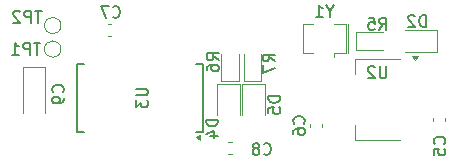
<source format=gbr>
%TF.GenerationSoftware,KiCad,Pcbnew,9.0.2*%
%TF.CreationDate,2025-07-20T14:30:59+05:30*%
%TF.ProjectId,Arduino nano,41726475-696e-46f2-906e-616e6f2e6b69,rev?*%
%TF.SameCoordinates,Original*%
%TF.FileFunction,Legend,Bot*%
%TF.FilePolarity,Positive*%
%FSLAX46Y46*%
G04 Gerber Fmt 4.6, Leading zero omitted, Abs format (unit mm)*
G04 Created by KiCad (PCBNEW 9.0.2) date 2025-07-20 14:30:59*
%MOMM*%
%LPD*%
G01*
G04 APERTURE LIST*
%ADD10C,0.150000*%
%ADD11C,0.120000*%
G04 APERTURE END LIST*
D10*
X191961904Y-84654819D02*
X191390476Y-84654819D01*
X191676190Y-85654819D02*
X191676190Y-84654819D01*
X191057142Y-85654819D02*
X191057142Y-84654819D01*
X191057142Y-84654819D02*
X190676190Y-84654819D01*
X190676190Y-84654819D02*
X190580952Y-84702438D01*
X190580952Y-84702438D02*
X190533333Y-84750057D01*
X190533333Y-84750057D02*
X190485714Y-84845295D01*
X190485714Y-84845295D02*
X190485714Y-84988152D01*
X190485714Y-84988152D02*
X190533333Y-85083390D01*
X190533333Y-85083390D02*
X190580952Y-85131009D01*
X190580952Y-85131009D02*
X190676190Y-85178628D01*
X190676190Y-85178628D02*
X191057142Y-85178628D01*
X189533333Y-85654819D02*
X190104761Y-85654819D01*
X189819047Y-85654819D02*
X189819047Y-84654819D01*
X189819047Y-84654819D02*
X189914285Y-84797676D01*
X189914285Y-84797676D02*
X190009523Y-84892914D01*
X190009523Y-84892914D02*
X190104761Y-84940533D01*
X210866666Y-94059580D02*
X210914285Y-94107200D01*
X210914285Y-94107200D02*
X211057142Y-94154819D01*
X211057142Y-94154819D02*
X211152380Y-94154819D01*
X211152380Y-94154819D02*
X211295237Y-94107200D01*
X211295237Y-94107200D02*
X211390475Y-94011961D01*
X211390475Y-94011961D02*
X211438094Y-93916723D01*
X211438094Y-93916723D02*
X211485713Y-93726247D01*
X211485713Y-93726247D02*
X211485713Y-93583390D01*
X211485713Y-93583390D02*
X211438094Y-93392914D01*
X211438094Y-93392914D02*
X211390475Y-93297676D01*
X211390475Y-93297676D02*
X211295237Y-93202438D01*
X211295237Y-93202438D02*
X211152380Y-93154819D01*
X211152380Y-93154819D02*
X211057142Y-93154819D01*
X211057142Y-93154819D02*
X210914285Y-93202438D01*
X210914285Y-93202438D02*
X210866666Y-93250057D01*
X210295237Y-93583390D02*
X210390475Y-93535771D01*
X210390475Y-93535771D02*
X210438094Y-93488152D01*
X210438094Y-93488152D02*
X210485713Y-93392914D01*
X210485713Y-93392914D02*
X210485713Y-93345295D01*
X210485713Y-93345295D02*
X210438094Y-93250057D01*
X210438094Y-93250057D02*
X210390475Y-93202438D01*
X210390475Y-93202438D02*
X210295237Y-93154819D01*
X210295237Y-93154819D02*
X210104761Y-93154819D01*
X210104761Y-93154819D02*
X210009523Y-93202438D01*
X210009523Y-93202438D02*
X209961904Y-93250057D01*
X209961904Y-93250057D02*
X209914285Y-93345295D01*
X209914285Y-93345295D02*
X209914285Y-93392914D01*
X209914285Y-93392914D02*
X209961904Y-93488152D01*
X209961904Y-93488152D02*
X210009523Y-93535771D01*
X210009523Y-93535771D02*
X210104761Y-93583390D01*
X210104761Y-93583390D02*
X210295237Y-93583390D01*
X210295237Y-93583390D02*
X210390475Y-93631009D01*
X210390475Y-93631009D02*
X210438094Y-93678628D01*
X210438094Y-93678628D02*
X210485713Y-93773866D01*
X210485713Y-93773866D02*
X210485713Y-93964342D01*
X210485713Y-93964342D02*
X210438094Y-94059580D01*
X210438094Y-94059580D02*
X210390475Y-94107200D01*
X210390475Y-94107200D02*
X210295237Y-94154819D01*
X210295237Y-94154819D02*
X210104761Y-94154819D01*
X210104761Y-94154819D02*
X210009523Y-94107200D01*
X210009523Y-94107200D02*
X209961904Y-94059580D01*
X209961904Y-94059580D02*
X209914285Y-93964342D01*
X209914285Y-93964342D02*
X209914285Y-93773866D01*
X209914285Y-93773866D02*
X209961904Y-93678628D01*
X209961904Y-93678628D02*
X210009523Y-93631009D01*
X210009523Y-93631009D02*
X210104761Y-93583390D01*
X220656666Y-83554819D02*
X220989999Y-83078628D01*
X221228094Y-83554819D02*
X221228094Y-82554819D01*
X221228094Y-82554819D02*
X220847142Y-82554819D01*
X220847142Y-82554819D02*
X220751904Y-82602438D01*
X220751904Y-82602438D02*
X220704285Y-82650057D01*
X220704285Y-82650057D02*
X220656666Y-82745295D01*
X220656666Y-82745295D02*
X220656666Y-82888152D01*
X220656666Y-82888152D02*
X220704285Y-82983390D01*
X220704285Y-82983390D02*
X220751904Y-83031009D01*
X220751904Y-83031009D02*
X220847142Y-83078628D01*
X220847142Y-83078628D02*
X221228094Y-83078628D01*
X219751904Y-82554819D02*
X220228094Y-82554819D01*
X220228094Y-82554819D02*
X220275713Y-83031009D01*
X220275713Y-83031009D02*
X220228094Y-82983390D01*
X220228094Y-82983390D02*
X220132856Y-82935771D01*
X220132856Y-82935771D02*
X219894761Y-82935771D01*
X219894761Y-82935771D02*
X219799523Y-82983390D01*
X219799523Y-82983390D02*
X219751904Y-83031009D01*
X219751904Y-83031009D02*
X219704285Y-83126247D01*
X219704285Y-83126247D02*
X219704285Y-83364342D01*
X219704285Y-83364342D02*
X219751904Y-83459580D01*
X219751904Y-83459580D02*
X219799523Y-83507200D01*
X219799523Y-83507200D02*
X219894761Y-83554819D01*
X219894761Y-83554819D02*
X220132856Y-83554819D01*
X220132856Y-83554819D02*
X220228094Y-83507200D01*
X220228094Y-83507200D02*
X220275713Y-83459580D01*
X221251904Y-86654819D02*
X221251904Y-87464342D01*
X221251904Y-87464342D02*
X221204285Y-87559580D01*
X221204285Y-87559580D02*
X221156666Y-87607200D01*
X221156666Y-87607200D02*
X221061428Y-87654819D01*
X221061428Y-87654819D02*
X220870952Y-87654819D01*
X220870952Y-87654819D02*
X220775714Y-87607200D01*
X220775714Y-87607200D02*
X220728095Y-87559580D01*
X220728095Y-87559580D02*
X220680476Y-87464342D01*
X220680476Y-87464342D02*
X220680476Y-86654819D01*
X220251904Y-86750057D02*
X220204285Y-86702438D01*
X220204285Y-86702438D02*
X220109047Y-86654819D01*
X220109047Y-86654819D02*
X219870952Y-86654819D01*
X219870952Y-86654819D02*
X219775714Y-86702438D01*
X219775714Y-86702438D02*
X219728095Y-86750057D01*
X219728095Y-86750057D02*
X219680476Y-86845295D01*
X219680476Y-86845295D02*
X219680476Y-86940533D01*
X219680476Y-86940533D02*
X219728095Y-87083390D01*
X219728095Y-87083390D02*
X220299523Y-87654819D01*
X220299523Y-87654819D02*
X219680476Y-87654819D01*
X212254819Y-89161905D02*
X211254819Y-89161905D01*
X211254819Y-89161905D02*
X211254819Y-89400000D01*
X211254819Y-89400000D02*
X211302438Y-89542857D01*
X211302438Y-89542857D02*
X211397676Y-89638095D01*
X211397676Y-89638095D02*
X211492914Y-89685714D01*
X211492914Y-89685714D02*
X211683390Y-89733333D01*
X211683390Y-89733333D02*
X211826247Y-89733333D01*
X211826247Y-89733333D02*
X212016723Y-89685714D01*
X212016723Y-89685714D02*
X212111961Y-89638095D01*
X212111961Y-89638095D02*
X212207200Y-89542857D01*
X212207200Y-89542857D02*
X212254819Y-89400000D01*
X212254819Y-89400000D02*
X212254819Y-89161905D01*
X211254819Y-90638095D02*
X211254819Y-90161905D01*
X211254819Y-90161905D02*
X211731009Y-90114286D01*
X211731009Y-90114286D02*
X211683390Y-90161905D01*
X211683390Y-90161905D02*
X211635771Y-90257143D01*
X211635771Y-90257143D02*
X211635771Y-90495238D01*
X211635771Y-90495238D02*
X211683390Y-90590476D01*
X211683390Y-90590476D02*
X211731009Y-90638095D01*
X211731009Y-90638095D02*
X211826247Y-90685714D01*
X211826247Y-90685714D02*
X212064342Y-90685714D01*
X212064342Y-90685714D02*
X212159580Y-90638095D01*
X212159580Y-90638095D02*
X212207200Y-90590476D01*
X212207200Y-90590476D02*
X212254819Y-90495238D01*
X212254819Y-90495238D02*
X212254819Y-90257143D01*
X212254819Y-90257143D02*
X212207200Y-90161905D01*
X212207200Y-90161905D02*
X212159580Y-90114286D01*
X200054819Y-88538095D02*
X200864342Y-88538095D01*
X200864342Y-88538095D02*
X200959580Y-88585714D01*
X200959580Y-88585714D02*
X201007200Y-88633333D01*
X201007200Y-88633333D02*
X201054819Y-88728571D01*
X201054819Y-88728571D02*
X201054819Y-88919047D01*
X201054819Y-88919047D02*
X201007200Y-89014285D01*
X201007200Y-89014285D02*
X200959580Y-89061904D01*
X200959580Y-89061904D02*
X200864342Y-89109523D01*
X200864342Y-89109523D02*
X200054819Y-89109523D01*
X200054819Y-89490476D02*
X200054819Y-90109523D01*
X200054819Y-90109523D02*
X200435771Y-89776190D01*
X200435771Y-89776190D02*
X200435771Y-89919047D01*
X200435771Y-89919047D02*
X200483390Y-90014285D01*
X200483390Y-90014285D02*
X200531009Y-90061904D01*
X200531009Y-90061904D02*
X200626247Y-90109523D01*
X200626247Y-90109523D02*
X200864342Y-90109523D01*
X200864342Y-90109523D02*
X200959580Y-90061904D01*
X200959580Y-90061904D02*
X201007200Y-90014285D01*
X201007200Y-90014285D02*
X201054819Y-89919047D01*
X201054819Y-89919047D02*
X201054819Y-89633333D01*
X201054819Y-89633333D02*
X201007200Y-89538095D01*
X201007200Y-89538095D02*
X200959580Y-89490476D01*
X211784819Y-86233333D02*
X211308628Y-85900000D01*
X211784819Y-85661905D02*
X210784819Y-85661905D01*
X210784819Y-85661905D02*
X210784819Y-86042857D01*
X210784819Y-86042857D02*
X210832438Y-86138095D01*
X210832438Y-86138095D02*
X210880057Y-86185714D01*
X210880057Y-86185714D02*
X210975295Y-86233333D01*
X210975295Y-86233333D02*
X211118152Y-86233333D01*
X211118152Y-86233333D02*
X211213390Y-86185714D01*
X211213390Y-86185714D02*
X211261009Y-86138095D01*
X211261009Y-86138095D02*
X211308628Y-86042857D01*
X211308628Y-86042857D02*
X211308628Y-85661905D01*
X210784819Y-86566667D02*
X210784819Y-87233333D01*
X210784819Y-87233333D02*
X211784819Y-86804762D01*
X214249580Y-91498333D02*
X214297200Y-91450714D01*
X214297200Y-91450714D02*
X214344819Y-91307857D01*
X214344819Y-91307857D02*
X214344819Y-91212619D01*
X214344819Y-91212619D02*
X214297200Y-91069762D01*
X214297200Y-91069762D02*
X214201961Y-90974524D01*
X214201961Y-90974524D02*
X214106723Y-90926905D01*
X214106723Y-90926905D02*
X213916247Y-90879286D01*
X213916247Y-90879286D02*
X213773390Y-90879286D01*
X213773390Y-90879286D02*
X213582914Y-90926905D01*
X213582914Y-90926905D02*
X213487676Y-90974524D01*
X213487676Y-90974524D02*
X213392438Y-91069762D01*
X213392438Y-91069762D02*
X213344819Y-91212619D01*
X213344819Y-91212619D02*
X213344819Y-91307857D01*
X213344819Y-91307857D02*
X213392438Y-91450714D01*
X213392438Y-91450714D02*
X213440057Y-91498333D01*
X213344819Y-92355476D02*
X213344819Y-92165000D01*
X213344819Y-92165000D02*
X213392438Y-92069762D01*
X213392438Y-92069762D02*
X213440057Y-92022143D01*
X213440057Y-92022143D02*
X213582914Y-91926905D01*
X213582914Y-91926905D02*
X213773390Y-91879286D01*
X213773390Y-91879286D02*
X214154342Y-91879286D01*
X214154342Y-91879286D02*
X214249580Y-91926905D01*
X214249580Y-91926905D02*
X214297200Y-91974524D01*
X214297200Y-91974524D02*
X214344819Y-92069762D01*
X214344819Y-92069762D02*
X214344819Y-92260238D01*
X214344819Y-92260238D02*
X214297200Y-92355476D01*
X214297200Y-92355476D02*
X214249580Y-92403095D01*
X214249580Y-92403095D02*
X214154342Y-92450714D01*
X214154342Y-92450714D02*
X213916247Y-92450714D01*
X213916247Y-92450714D02*
X213821009Y-92403095D01*
X213821009Y-92403095D02*
X213773390Y-92355476D01*
X213773390Y-92355476D02*
X213725771Y-92260238D01*
X213725771Y-92260238D02*
X213725771Y-92069762D01*
X213725771Y-92069762D02*
X213773390Y-91974524D01*
X213773390Y-91974524D02*
X213821009Y-91926905D01*
X213821009Y-91926905D02*
X213916247Y-91879286D01*
X224600594Y-83304819D02*
X224600594Y-82304819D01*
X224600594Y-82304819D02*
X224362499Y-82304819D01*
X224362499Y-82304819D02*
X224219642Y-82352438D01*
X224219642Y-82352438D02*
X224124404Y-82447676D01*
X224124404Y-82447676D02*
X224076785Y-82542914D01*
X224076785Y-82542914D02*
X224029166Y-82733390D01*
X224029166Y-82733390D02*
X224029166Y-82876247D01*
X224029166Y-82876247D02*
X224076785Y-83066723D01*
X224076785Y-83066723D02*
X224124404Y-83161961D01*
X224124404Y-83161961D02*
X224219642Y-83257200D01*
X224219642Y-83257200D02*
X224362499Y-83304819D01*
X224362499Y-83304819D02*
X224600594Y-83304819D01*
X223648213Y-82400057D02*
X223600594Y-82352438D01*
X223600594Y-82352438D02*
X223505356Y-82304819D01*
X223505356Y-82304819D02*
X223267261Y-82304819D01*
X223267261Y-82304819D02*
X223172023Y-82352438D01*
X223172023Y-82352438D02*
X223124404Y-82400057D01*
X223124404Y-82400057D02*
X223076785Y-82495295D01*
X223076785Y-82495295D02*
X223076785Y-82590533D01*
X223076785Y-82590533D02*
X223124404Y-82733390D01*
X223124404Y-82733390D02*
X223695832Y-83304819D01*
X223695832Y-83304819D02*
X223076785Y-83304819D01*
X226159580Y-93233333D02*
X226207200Y-93185714D01*
X226207200Y-93185714D02*
X226254819Y-93042857D01*
X226254819Y-93042857D02*
X226254819Y-92947619D01*
X226254819Y-92947619D02*
X226207200Y-92804762D01*
X226207200Y-92804762D02*
X226111961Y-92709524D01*
X226111961Y-92709524D02*
X226016723Y-92661905D01*
X226016723Y-92661905D02*
X225826247Y-92614286D01*
X225826247Y-92614286D02*
X225683390Y-92614286D01*
X225683390Y-92614286D02*
X225492914Y-92661905D01*
X225492914Y-92661905D02*
X225397676Y-92709524D01*
X225397676Y-92709524D02*
X225302438Y-92804762D01*
X225302438Y-92804762D02*
X225254819Y-92947619D01*
X225254819Y-92947619D02*
X225254819Y-93042857D01*
X225254819Y-93042857D02*
X225302438Y-93185714D01*
X225302438Y-93185714D02*
X225350057Y-93233333D01*
X225254819Y-94138095D02*
X225254819Y-93661905D01*
X225254819Y-93661905D02*
X225731009Y-93614286D01*
X225731009Y-93614286D02*
X225683390Y-93661905D01*
X225683390Y-93661905D02*
X225635771Y-93757143D01*
X225635771Y-93757143D02*
X225635771Y-93995238D01*
X225635771Y-93995238D02*
X225683390Y-94090476D01*
X225683390Y-94090476D02*
X225731009Y-94138095D01*
X225731009Y-94138095D02*
X225826247Y-94185714D01*
X225826247Y-94185714D02*
X226064342Y-94185714D01*
X226064342Y-94185714D02*
X226159580Y-94138095D01*
X226159580Y-94138095D02*
X226207200Y-94090476D01*
X226207200Y-94090476D02*
X226254819Y-93995238D01*
X226254819Y-93995238D02*
X226254819Y-93757143D01*
X226254819Y-93757143D02*
X226207200Y-93661905D01*
X226207200Y-93661905D02*
X226159580Y-93614286D01*
X198066666Y-82459580D02*
X198114285Y-82507200D01*
X198114285Y-82507200D02*
X198257142Y-82554819D01*
X198257142Y-82554819D02*
X198352380Y-82554819D01*
X198352380Y-82554819D02*
X198495237Y-82507200D01*
X198495237Y-82507200D02*
X198590475Y-82411961D01*
X198590475Y-82411961D02*
X198638094Y-82316723D01*
X198638094Y-82316723D02*
X198685713Y-82126247D01*
X198685713Y-82126247D02*
X198685713Y-81983390D01*
X198685713Y-81983390D02*
X198638094Y-81792914D01*
X198638094Y-81792914D02*
X198590475Y-81697676D01*
X198590475Y-81697676D02*
X198495237Y-81602438D01*
X198495237Y-81602438D02*
X198352380Y-81554819D01*
X198352380Y-81554819D02*
X198257142Y-81554819D01*
X198257142Y-81554819D02*
X198114285Y-81602438D01*
X198114285Y-81602438D02*
X198066666Y-81650057D01*
X197733332Y-81554819D02*
X197066666Y-81554819D01*
X197066666Y-81554819D02*
X197495237Y-82554819D01*
X193859580Y-88833333D02*
X193907200Y-88785714D01*
X193907200Y-88785714D02*
X193954819Y-88642857D01*
X193954819Y-88642857D02*
X193954819Y-88547619D01*
X193954819Y-88547619D02*
X193907200Y-88404762D01*
X193907200Y-88404762D02*
X193811961Y-88309524D01*
X193811961Y-88309524D02*
X193716723Y-88261905D01*
X193716723Y-88261905D02*
X193526247Y-88214286D01*
X193526247Y-88214286D02*
X193383390Y-88214286D01*
X193383390Y-88214286D02*
X193192914Y-88261905D01*
X193192914Y-88261905D02*
X193097676Y-88309524D01*
X193097676Y-88309524D02*
X193002438Y-88404762D01*
X193002438Y-88404762D02*
X192954819Y-88547619D01*
X192954819Y-88547619D02*
X192954819Y-88642857D01*
X192954819Y-88642857D02*
X193002438Y-88785714D01*
X193002438Y-88785714D02*
X193050057Y-88833333D01*
X193954819Y-89309524D02*
X193954819Y-89500000D01*
X193954819Y-89500000D02*
X193907200Y-89595238D01*
X193907200Y-89595238D02*
X193859580Y-89642857D01*
X193859580Y-89642857D02*
X193716723Y-89738095D01*
X193716723Y-89738095D02*
X193526247Y-89785714D01*
X193526247Y-89785714D02*
X193145295Y-89785714D01*
X193145295Y-89785714D02*
X193050057Y-89738095D01*
X193050057Y-89738095D02*
X193002438Y-89690476D01*
X193002438Y-89690476D02*
X192954819Y-89595238D01*
X192954819Y-89595238D02*
X192954819Y-89404762D01*
X192954819Y-89404762D02*
X193002438Y-89309524D01*
X193002438Y-89309524D02*
X193050057Y-89261905D01*
X193050057Y-89261905D02*
X193145295Y-89214286D01*
X193145295Y-89214286D02*
X193383390Y-89214286D01*
X193383390Y-89214286D02*
X193478628Y-89261905D01*
X193478628Y-89261905D02*
X193526247Y-89309524D01*
X193526247Y-89309524D02*
X193573866Y-89404762D01*
X193573866Y-89404762D02*
X193573866Y-89595238D01*
X193573866Y-89595238D02*
X193526247Y-89690476D01*
X193526247Y-89690476D02*
X193478628Y-89738095D01*
X193478628Y-89738095D02*
X193383390Y-89785714D01*
X192061904Y-81954819D02*
X191490476Y-81954819D01*
X191776190Y-82954819D02*
X191776190Y-81954819D01*
X191157142Y-82954819D02*
X191157142Y-81954819D01*
X191157142Y-81954819D02*
X190776190Y-81954819D01*
X190776190Y-81954819D02*
X190680952Y-82002438D01*
X190680952Y-82002438D02*
X190633333Y-82050057D01*
X190633333Y-82050057D02*
X190585714Y-82145295D01*
X190585714Y-82145295D02*
X190585714Y-82288152D01*
X190585714Y-82288152D02*
X190633333Y-82383390D01*
X190633333Y-82383390D02*
X190680952Y-82431009D01*
X190680952Y-82431009D02*
X190776190Y-82478628D01*
X190776190Y-82478628D02*
X191157142Y-82478628D01*
X190204761Y-82050057D02*
X190157142Y-82002438D01*
X190157142Y-82002438D02*
X190061904Y-81954819D01*
X190061904Y-81954819D02*
X189823809Y-81954819D01*
X189823809Y-81954819D02*
X189728571Y-82002438D01*
X189728571Y-82002438D02*
X189680952Y-82050057D01*
X189680952Y-82050057D02*
X189633333Y-82145295D01*
X189633333Y-82145295D02*
X189633333Y-82240533D01*
X189633333Y-82240533D02*
X189680952Y-82383390D01*
X189680952Y-82383390D02*
X190252380Y-82954819D01*
X190252380Y-82954819D02*
X189633333Y-82954819D01*
X216476190Y-81978628D02*
X216476190Y-82454819D01*
X216809523Y-81454819D02*
X216476190Y-81978628D01*
X216476190Y-81978628D02*
X216142857Y-81454819D01*
X215285714Y-82454819D02*
X215857142Y-82454819D01*
X215571428Y-82454819D02*
X215571428Y-81454819D01*
X215571428Y-81454819D02*
X215666666Y-81597676D01*
X215666666Y-81597676D02*
X215761904Y-81692914D01*
X215761904Y-81692914D02*
X215857142Y-81740533D01*
X207054819Y-86133333D02*
X206578628Y-85800000D01*
X207054819Y-85561905D02*
X206054819Y-85561905D01*
X206054819Y-85561905D02*
X206054819Y-85942857D01*
X206054819Y-85942857D02*
X206102438Y-86038095D01*
X206102438Y-86038095D02*
X206150057Y-86085714D01*
X206150057Y-86085714D02*
X206245295Y-86133333D01*
X206245295Y-86133333D02*
X206388152Y-86133333D01*
X206388152Y-86133333D02*
X206483390Y-86085714D01*
X206483390Y-86085714D02*
X206531009Y-86038095D01*
X206531009Y-86038095D02*
X206578628Y-85942857D01*
X206578628Y-85942857D02*
X206578628Y-85561905D01*
X206054819Y-86990476D02*
X206054819Y-86800000D01*
X206054819Y-86800000D02*
X206102438Y-86704762D01*
X206102438Y-86704762D02*
X206150057Y-86657143D01*
X206150057Y-86657143D02*
X206292914Y-86561905D01*
X206292914Y-86561905D02*
X206483390Y-86514286D01*
X206483390Y-86514286D02*
X206864342Y-86514286D01*
X206864342Y-86514286D02*
X206959580Y-86561905D01*
X206959580Y-86561905D02*
X207007200Y-86609524D01*
X207007200Y-86609524D02*
X207054819Y-86704762D01*
X207054819Y-86704762D02*
X207054819Y-86895238D01*
X207054819Y-86895238D02*
X207007200Y-86990476D01*
X207007200Y-86990476D02*
X206959580Y-87038095D01*
X206959580Y-87038095D02*
X206864342Y-87085714D01*
X206864342Y-87085714D02*
X206626247Y-87085714D01*
X206626247Y-87085714D02*
X206531009Y-87038095D01*
X206531009Y-87038095D02*
X206483390Y-86990476D01*
X206483390Y-86990476D02*
X206435771Y-86895238D01*
X206435771Y-86895238D02*
X206435771Y-86704762D01*
X206435771Y-86704762D02*
X206483390Y-86609524D01*
X206483390Y-86609524D02*
X206531009Y-86561905D01*
X206531009Y-86561905D02*
X206626247Y-86514286D01*
X206994816Y-91161905D02*
X205994816Y-91161905D01*
X205994816Y-91161905D02*
X205994816Y-91400000D01*
X205994816Y-91400000D02*
X206042435Y-91542857D01*
X206042435Y-91542857D02*
X206137673Y-91638095D01*
X206137673Y-91638095D02*
X206232911Y-91685714D01*
X206232911Y-91685714D02*
X206423387Y-91733333D01*
X206423387Y-91733333D02*
X206566244Y-91733333D01*
X206566244Y-91733333D02*
X206756720Y-91685714D01*
X206756720Y-91685714D02*
X206851958Y-91638095D01*
X206851958Y-91638095D02*
X206947197Y-91542857D01*
X206947197Y-91542857D02*
X206994816Y-91400000D01*
X206994816Y-91400000D02*
X206994816Y-91161905D01*
X206328149Y-92590476D02*
X206994816Y-92590476D01*
X205947197Y-92352381D02*
X206661482Y-92114286D01*
X206661482Y-92114286D02*
X206661482Y-92733333D01*
D11*
%TO.C,TP1*%
X193700000Y-85200000D02*
G75*
G02*
X192300000Y-85200000I-700000J0D01*
G01*
X192300000Y-85200000D02*
G75*
G02*
X193700000Y-85200000I700000J0D01*
G01*
%TO.C,C8*%
X208140581Y-93090000D02*
X207859419Y-93090000D01*
X208140581Y-94110000D02*
X207859419Y-94110000D01*
%TO.C,R5*%
X218715000Y-83765000D02*
X221000000Y-83765000D01*
X218715000Y-85235000D02*
X218715000Y-83765000D01*
X221000000Y-85235000D02*
X218715000Y-85235000D01*
%TO.C,U2*%
X218610000Y-86030000D02*
X218610000Y-87289999D01*
X218610000Y-92850000D02*
X218610000Y-91590001D01*
X222370000Y-86029999D02*
X218610000Y-86030000D01*
X222370000Y-92850001D02*
X218610000Y-92850000D01*
X223650000Y-86130000D02*
X223410000Y-85800000D01*
X223890000Y-85800000D01*
X223650000Y-86130000D01*
G36*
X223650000Y-86130000D02*
G01*
X223410000Y-85800000D01*
X223890000Y-85800000D01*
X223650000Y-86130000D01*
G37*
%TO.C,D5*%
X209040000Y-88115001D02*
X210960000Y-88115001D01*
X209040000Y-90800000D02*
X209040000Y-88115001D01*
X210960000Y-88115001D02*
X210960000Y-90800000D01*
D10*
%TO.C,U3*%
X195075000Y-92175000D02*
X195075000Y-86425000D01*
X195650000Y-86425000D02*
X195075000Y-86425000D01*
X195650000Y-92175000D02*
X195075000Y-92175000D01*
X205725000Y-86425000D02*
X205150000Y-86425000D01*
X205725000Y-92175000D02*
X205150000Y-92175000D01*
X205725000Y-92175000D02*
X205725000Y-86425000D01*
D11*
X205480000Y-92915000D02*
X205150000Y-92675000D01*
X205480000Y-92435000D01*
X205480000Y-92915000D01*
G36*
X205480000Y-92915000D02*
G01*
X205150000Y-92675000D01*
X205480000Y-92435000D01*
X205480000Y-92915000D01*
G37*
%TO.C,R7*%
X209165000Y-87885000D02*
X209165000Y-85600000D01*
X210635000Y-85600000D02*
X210635000Y-87885000D01*
X210635000Y-87885000D02*
X209165000Y-87885000D01*
%TO.C,C6*%
X214810000Y-91524419D02*
X214810000Y-91805581D01*
X215830000Y-91524419D02*
X215830000Y-91805581D01*
%TO.C,D2*%
X222862500Y-83540000D02*
X225547500Y-83540000D01*
X225547500Y-83540000D02*
X225547500Y-85460000D01*
X225547500Y-85460000D02*
X222862500Y-85460000D01*
%TO.C,C5*%
X225210000Y-90999419D02*
X225210000Y-91280581D01*
X226230000Y-90999419D02*
X226230000Y-91280581D01*
%TO.C,C7*%
X197659419Y-83090000D02*
X197940581Y-83090000D01*
X197659419Y-84110000D02*
X197940581Y-84110000D01*
%TO.C,C9*%
X190445000Y-86680000D02*
X192355000Y-86680000D01*
X190445000Y-90600000D02*
X190445000Y-86680000D01*
X192355000Y-86680000D02*
X192355000Y-90600000D01*
%TO.C,TP2*%
X193700000Y-83200000D02*
G75*
G02*
X192300000Y-83200000I-700000J0D01*
G01*
X192300000Y-83200000D02*
G75*
G02*
X193700000Y-83200000I700000J0D01*
G01*
%TO.C,Y1*%
X214200000Y-83100000D02*
X214200000Y-85100000D01*
X214200000Y-85100000D02*
X214200000Y-85500000D01*
X214200000Y-85500000D02*
X215000000Y-85500000D01*
X215000000Y-83100000D02*
X214200000Y-83100000D01*
X216800000Y-85500001D02*
X216800000Y-85900000D01*
X216800000Y-85500001D02*
X217800000Y-85500000D01*
X217800000Y-83100000D02*
X216800000Y-83099999D01*
X217800000Y-85100000D02*
X217800000Y-83100000D01*
X217800000Y-85100000D02*
X217800000Y-85500000D01*
X218000000Y-83099999D02*
X218000000Y-85100000D01*
X218000000Y-85100000D02*
X218000000Y-85500001D01*
%TO.C,R6*%
X207265000Y-87885000D02*
X207265000Y-85600000D01*
X208735000Y-85600000D02*
X208735000Y-87885000D01*
X208735000Y-87885000D02*
X207265000Y-87885000D01*
%TO.C,D4*%
X206940000Y-88115001D02*
X208860000Y-88115001D01*
X206940000Y-90800000D02*
X206940000Y-88115001D01*
X208860000Y-88115001D02*
X208860000Y-90800000D01*
%TD*%
M02*

</source>
